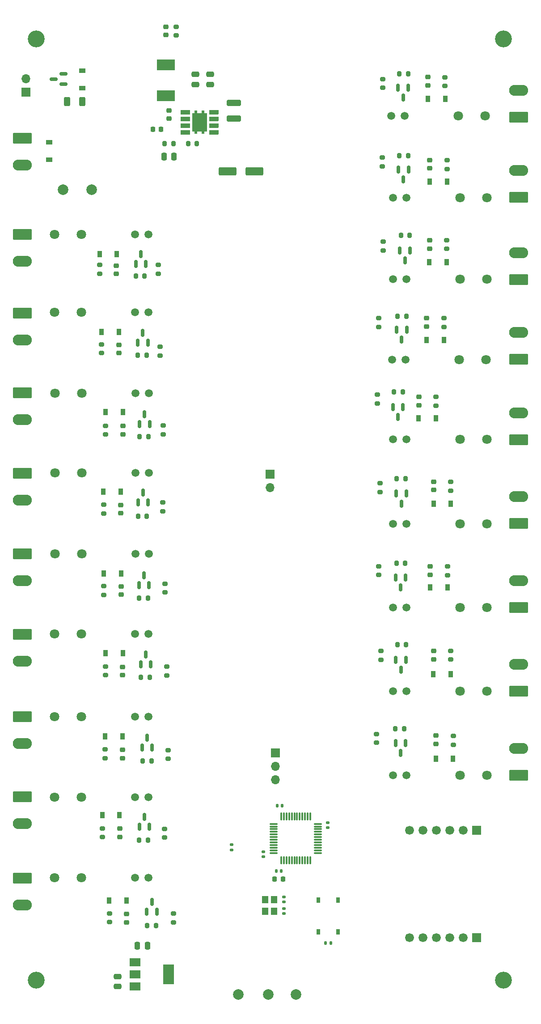
<source format=gts>
G04 #@! TF.GenerationSoftware,KiCad,Pcbnew,(6.0.11)*
G04 #@! TF.CreationDate,2023-09-27T15:25:24-05:00*
G04 #@! TF.ProjectId,MB,4d422e6b-6963-4616-945f-706362585858,rev?*
G04 #@! TF.SameCoordinates,Original*
G04 #@! TF.FileFunction,Soldermask,Top*
G04 #@! TF.FilePolarity,Negative*
%FSLAX46Y46*%
G04 Gerber Fmt 4.6, Leading zero omitted, Abs format (unit mm)*
G04 Created by KiCad (PCBNEW (6.0.11)) date 2023-09-27 15:25:24*
%MOMM*%
%LPD*%
G01*
G04 APERTURE LIST*
G04 Aperture macros list*
%AMRoundRect*
0 Rectangle with rounded corners*
0 $1 Rounding radius*
0 $2 $3 $4 $5 $6 $7 $8 $9 X,Y pos of 4 corners*
0 Add a 4 corners polygon primitive as box body*
4,1,4,$2,$3,$4,$5,$6,$7,$8,$9,$2,$3,0*
0 Add four circle primitives for the rounded corners*
1,1,$1+$1,$2,$3*
1,1,$1+$1,$4,$5*
1,1,$1+$1,$6,$7*
1,1,$1+$1,$8,$9*
0 Add four rect primitives between the rounded corners*
20,1,$1+$1,$2,$3,$4,$5,0*
20,1,$1+$1,$4,$5,$6,$7,0*
20,1,$1+$1,$6,$7,$8,$9,0*
20,1,$1+$1,$8,$9,$2,$3,0*%
G04 Aperture macros list end*
%ADD10C,0.010000*%
%ADD11C,1.500000*%
%ADD12C,1.800000*%
%ADD13RoundRect,0.250000X0.250000X0.475000X-0.250000X0.475000X-0.250000X-0.475000X0.250000X-0.475000X0*%
%ADD14C,2.000000*%
%ADD15RoundRect,0.200000X0.275000X-0.200000X0.275000X0.200000X-0.275000X0.200000X-0.275000X-0.200000X0*%
%ADD16RoundRect,0.249999X1.550001X-0.790001X1.550001X0.790001X-1.550001X0.790001X-1.550001X-0.790001X0*%
%ADD17O,3.600000X2.080000*%
%ADD18C,3.200000*%
%ADD19R,0.910000X1.220000*%
%ADD20RoundRect,0.249999X-1.550001X0.790001X-1.550001X-0.790001X1.550001X-0.790001X1.550001X0.790001X0*%
%ADD21RoundRect,0.150000X-0.150000X0.587500X-0.150000X-0.587500X0.150000X-0.587500X0.150000X0.587500X0*%
%ADD22RoundRect,0.200000X-0.200000X-0.275000X0.200000X-0.275000X0.200000X0.275000X-0.200000X0.275000X0*%
%ADD23RoundRect,0.150000X0.150000X-0.587500X0.150000X0.587500X-0.150000X0.587500X-0.150000X-0.587500X0*%
%ADD24RoundRect,0.200000X0.200000X0.275000X-0.200000X0.275000X-0.200000X-0.275000X0.200000X-0.275000X0*%
%ADD25RoundRect,0.218750X-0.256250X0.218750X-0.256250X-0.218750X0.256250X-0.218750X0.256250X0.218750X0*%
%ADD26RoundRect,0.225000X-0.225000X-0.250000X0.225000X-0.250000X0.225000X0.250000X-0.225000X0.250000X0*%
%ADD27RoundRect,0.135000X-0.185000X0.135000X-0.185000X-0.135000X0.185000X-0.135000X0.185000X0.135000X0*%
%ADD28RoundRect,0.218750X0.256250X-0.218750X0.256250X0.218750X-0.256250X0.218750X-0.256250X-0.218750X0*%
%ADD29RoundRect,0.140000X-0.140000X-0.170000X0.140000X-0.170000X0.140000X0.170000X-0.140000X0.170000X0*%
%ADD30RoundRect,0.140000X0.170000X-0.140000X0.170000X0.140000X-0.170000X0.140000X-0.170000X-0.140000X0*%
%ADD31R,2.000000X1.500000*%
%ADD32R,2.000000X3.800000*%
%ADD33RoundRect,0.250000X0.475000X-0.250000X0.475000X0.250000X-0.475000X0.250000X-0.475000X-0.250000X0*%
%ADD34RoundRect,0.200000X-0.275000X0.200000X-0.275000X-0.200000X0.275000X-0.200000X0.275000X0.200000X0*%
%ADD35R,1.200000X1.400000*%
%ADD36RoundRect,0.250000X0.312500X0.625000X-0.312500X0.625000X-0.312500X-0.625000X0.312500X-0.625000X0*%
%ADD37RoundRect,0.250000X-0.475000X0.250000X-0.475000X-0.250000X0.475000X-0.250000X0.475000X0.250000X0*%
%ADD38RoundRect,0.250000X-0.250000X-0.475000X0.250000X-0.475000X0.250000X0.475000X-0.250000X0.475000X0*%
%ADD39R,1.200000X0.900000*%
%ADD40RoundRect,0.225000X0.225000X0.250000X-0.225000X0.250000X-0.225000X-0.250000X0.225000X-0.250000X0*%
%ADD41RoundRect,0.075000X0.075000X-0.662500X0.075000X0.662500X-0.075000X0.662500X-0.075000X-0.662500X0*%
%ADD42RoundRect,0.075000X0.662500X-0.075000X0.662500X0.075000X-0.662500X0.075000X-0.662500X-0.075000X0*%
%ADD43R,1.680000X1.680000*%
%ADD44C,1.680000*%
%ADD45R,0.750000X1.000000*%
%ADD46RoundRect,0.140000X-0.170000X0.140000X-0.170000X-0.140000X0.170000X-0.140000X0.170000X0.140000X0*%
%ADD47R,1.220000X0.910000*%
%ADD48R,1.700000X1.700000*%
%ADD49O,1.700000X1.700000*%
%ADD50R,3.400000X2.150000*%
%ADD51RoundRect,0.250000X-1.412500X-0.550000X1.412500X-0.550000X1.412500X0.550000X-1.412500X0.550000X0*%
%ADD52RoundRect,0.225000X0.250000X-0.225000X0.250000X0.225000X-0.250000X0.225000X-0.250000X-0.225000X0*%
%ADD53C,0.604000*%
%ADD54RoundRect,0.250000X1.100000X-0.325000X1.100000X0.325000X-1.100000X0.325000X-1.100000X-0.325000X0*%
%ADD55RoundRect,0.150000X0.587500X0.150000X-0.587500X0.150000X-0.587500X-0.150000X0.587500X-0.150000X0*%
%ADD56RoundRect,0.140000X0.140000X0.170000X-0.140000X0.170000X-0.140000X-0.170000X0.140000X-0.170000X0*%
G04 APERTURE END LIST*
G36*
X127798400Y-70954200D02*
G01*
X127800400Y-70954200D01*
X127803400Y-70955200D01*
X127805400Y-70955200D01*
X127808400Y-70956200D01*
X127810400Y-70957200D01*
X127813400Y-70958200D01*
X127815400Y-70960200D01*
X127817400Y-70961200D01*
X127819400Y-70963200D01*
X127821400Y-70964200D01*
X127829400Y-70972200D01*
X127830400Y-70974200D01*
X127832400Y-70976200D01*
X127833400Y-70978200D01*
X127835400Y-70980200D01*
X127836400Y-70983200D01*
X127837400Y-70985200D01*
X127838400Y-70988200D01*
X127838400Y-70990200D01*
X127839400Y-70993200D01*
X127839400Y-70995200D01*
X127840400Y-70998200D01*
X127840400Y-71648200D01*
X127839400Y-71651200D01*
X127839400Y-71653200D01*
X127838400Y-71656200D01*
X127838400Y-71658200D01*
X127837400Y-71661200D01*
X127836400Y-71663200D01*
X127835400Y-71666200D01*
X127833400Y-71668200D01*
X127832400Y-71670200D01*
X127830400Y-71672200D01*
X127829400Y-71674200D01*
X127821400Y-71682200D01*
X127819400Y-71683200D01*
X127817400Y-71685200D01*
X127815400Y-71686200D01*
X127813400Y-71688200D01*
X127810400Y-71689200D01*
X127808400Y-71690200D01*
X127805400Y-71691200D01*
X127803400Y-71691200D01*
X127800400Y-71692200D01*
X127798400Y-71692200D01*
X127795400Y-71693200D01*
X126195400Y-71693200D01*
X126192400Y-71692200D01*
X126190400Y-71692200D01*
X126187400Y-71691200D01*
X126185400Y-71691200D01*
X126182400Y-71690200D01*
X126180400Y-71689200D01*
X126177400Y-71688200D01*
X126175400Y-71686200D01*
X126173400Y-71685200D01*
X126171400Y-71683200D01*
X126169400Y-71682200D01*
X126161400Y-71674200D01*
X126160400Y-71672200D01*
X126158400Y-71670200D01*
X126157400Y-71668200D01*
X126155400Y-71666200D01*
X126154400Y-71663200D01*
X126153400Y-71661200D01*
X126152400Y-71658200D01*
X126152400Y-71656200D01*
X126151400Y-71653200D01*
X126151400Y-71651200D01*
X126150400Y-71648200D01*
X126150400Y-70998200D01*
X126151400Y-70995200D01*
X126151400Y-70993200D01*
X126152400Y-70990200D01*
X126152400Y-70988200D01*
X126153400Y-70985200D01*
X126154400Y-70983200D01*
X126155400Y-70980200D01*
X126157400Y-70978200D01*
X126158400Y-70976200D01*
X126160400Y-70974200D01*
X126161400Y-70972200D01*
X126169400Y-70964200D01*
X126171400Y-70963200D01*
X126173400Y-70961200D01*
X126175400Y-70960200D01*
X126177400Y-70958200D01*
X126180400Y-70957200D01*
X126182400Y-70956200D01*
X126185400Y-70955200D01*
X126187400Y-70955200D01*
X126190400Y-70954200D01*
X126192400Y-70954200D01*
X126195400Y-70953200D01*
X127795400Y-70953200D01*
X127798400Y-70954200D01*
G37*
D10*
X127798400Y-70954200D02*
X127800400Y-70954200D01*
X127803400Y-70955200D01*
X127805400Y-70955200D01*
X127808400Y-70956200D01*
X127810400Y-70957200D01*
X127813400Y-70958200D01*
X127815400Y-70960200D01*
X127817400Y-70961200D01*
X127819400Y-70963200D01*
X127821400Y-70964200D01*
X127829400Y-70972200D01*
X127830400Y-70974200D01*
X127832400Y-70976200D01*
X127833400Y-70978200D01*
X127835400Y-70980200D01*
X127836400Y-70983200D01*
X127837400Y-70985200D01*
X127838400Y-70988200D01*
X127838400Y-70990200D01*
X127839400Y-70993200D01*
X127839400Y-70995200D01*
X127840400Y-70998200D01*
X127840400Y-71648200D01*
X127839400Y-71651200D01*
X127839400Y-71653200D01*
X127838400Y-71656200D01*
X127838400Y-71658200D01*
X127837400Y-71661200D01*
X127836400Y-71663200D01*
X127835400Y-71666200D01*
X127833400Y-71668200D01*
X127832400Y-71670200D01*
X127830400Y-71672200D01*
X127829400Y-71674200D01*
X127821400Y-71682200D01*
X127819400Y-71683200D01*
X127817400Y-71685200D01*
X127815400Y-71686200D01*
X127813400Y-71688200D01*
X127810400Y-71689200D01*
X127808400Y-71690200D01*
X127805400Y-71691200D01*
X127803400Y-71691200D01*
X127800400Y-71692200D01*
X127798400Y-71692200D01*
X127795400Y-71693200D01*
X126195400Y-71693200D01*
X126192400Y-71692200D01*
X126190400Y-71692200D01*
X126187400Y-71691200D01*
X126185400Y-71691200D01*
X126182400Y-71690200D01*
X126180400Y-71689200D01*
X126177400Y-71688200D01*
X126175400Y-71686200D01*
X126173400Y-71685200D01*
X126171400Y-71683200D01*
X126169400Y-71682200D01*
X126161400Y-71674200D01*
X126160400Y-71672200D01*
X126158400Y-71670200D01*
X126157400Y-71668200D01*
X126155400Y-71666200D01*
X126154400Y-71663200D01*
X126153400Y-71661200D01*
X126152400Y-71658200D01*
X126152400Y-71656200D01*
X126151400Y-71653200D01*
X126151400Y-71651200D01*
X126150400Y-71648200D01*
X126150400Y-70998200D01*
X126151400Y-70995200D01*
X126151400Y-70993200D01*
X126152400Y-70990200D01*
X126152400Y-70988200D01*
X126153400Y-70985200D01*
X126154400Y-70983200D01*
X126155400Y-70980200D01*
X126157400Y-70978200D01*
X126158400Y-70976200D01*
X126160400Y-70974200D01*
X126161400Y-70972200D01*
X126169400Y-70964200D01*
X126171400Y-70963200D01*
X126173400Y-70961200D01*
X126175400Y-70960200D01*
X126177400Y-70958200D01*
X126180400Y-70957200D01*
X126182400Y-70956200D01*
X126185400Y-70955200D01*
X126187400Y-70955200D01*
X126190400Y-70954200D01*
X126192400Y-70954200D01*
X126195400Y-70953200D01*
X127795400Y-70953200D01*
X127798400Y-70954200D01*
G36*
X122398400Y-72224200D02*
G01*
X122400400Y-72224200D01*
X122403400Y-72225200D01*
X122405400Y-72225200D01*
X122408400Y-72226200D01*
X122410400Y-72227200D01*
X122413400Y-72228200D01*
X122415400Y-72230200D01*
X122417400Y-72231200D01*
X122419400Y-72233200D01*
X122421400Y-72234200D01*
X122429400Y-72242200D01*
X122430400Y-72244200D01*
X122432400Y-72246200D01*
X122433400Y-72248200D01*
X122435400Y-72250200D01*
X122436400Y-72253200D01*
X122437400Y-72255200D01*
X122438400Y-72258200D01*
X122438400Y-72260200D01*
X122439400Y-72263200D01*
X122439400Y-72265200D01*
X122440400Y-72268200D01*
X122440400Y-72918200D01*
X122439400Y-72921200D01*
X122439400Y-72923200D01*
X122438400Y-72926200D01*
X122438400Y-72928200D01*
X122437400Y-72931200D01*
X122436400Y-72933200D01*
X122435400Y-72936200D01*
X122433400Y-72938200D01*
X122432400Y-72940200D01*
X122430400Y-72942200D01*
X122429400Y-72944200D01*
X122421400Y-72952200D01*
X122419400Y-72953200D01*
X122417400Y-72955200D01*
X122415400Y-72956200D01*
X122413400Y-72958200D01*
X122410400Y-72959200D01*
X122408400Y-72960200D01*
X122405400Y-72961200D01*
X122403400Y-72961200D01*
X122400400Y-72962200D01*
X122398400Y-72962200D01*
X122395400Y-72963200D01*
X120795400Y-72963200D01*
X120792400Y-72962200D01*
X120790400Y-72962200D01*
X120787400Y-72961200D01*
X120785400Y-72961200D01*
X120782400Y-72960200D01*
X120780400Y-72959200D01*
X120777400Y-72958200D01*
X120775400Y-72956200D01*
X120773400Y-72955200D01*
X120771400Y-72953200D01*
X120769400Y-72952200D01*
X120761400Y-72944200D01*
X120760400Y-72942200D01*
X120758400Y-72940200D01*
X120757400Y-72938200D01*
X120755400Y-72936200D01*
X120754400Y-72933200D01*
X120753400Y-72931200D01*
X120752400Y-72928200D01*
X120752400Y-72926200D01*
X120751400Y-72923200D01*
X120751400Y-72921200D01*
X120750400Y-72918200D01*
X120750400Y-72268200D01*
X120751400Y-72265200D01*
X120751400Y-72263200D01*
X120752400Y-72260200D01*
X120752400Y-72258200D01*
X120753400Y-72255200D01*
X120754400Y-72253200D01*
X120755400Y-72250200D01*
X120757400Y-72248200D01*
X120758400Y-72246200D01*
X120760400Y-72244200D01*
X120761400Y-72242200D01*
X120769400Y-72234200D01*
X120771400Y-72233200D01*
X120773400Y-72231200D01*
X120775400Y-72230200D01*
X120777400Y-72228200D01*
X120780400Y-72227200D01*
X120782400Y-72226200D01*
X120785400Y-72225200D01*
X120787400Y-72225200D01*
X120790400Y-72224200D01*
X120792400Y-72224200D01*
X120795400Y-72223200D01*
X122395400Y-72223200D01*
X122398400Y-72224200D01*
G37*
X122398400Y-72224200D02*
X122400400Y-72224200D01*
X122403400Y-72225200D01*
X122405400Y-72225200D01*
X122408400Y-72226200D01*
X122410400Y-72227200D01*
X122413400Y-72228200D01*
X122415400Y-72230200D01*
X122417400Y-72231200D01*
X122419400Y-72233200D01*
X122421400Y-72234200D01*
X122429400Y-72242200D01*
X122430400Y-72244200D01*
X122432400Y-72246200D01*
X122433400Y-72248200D01*
X122435400Y-72250200D01*
X122436400Y-72253200D01*
X122437400Y-72255200D01*
X122438400Y-72258200D01*
X122438400Y-72260200D01*
X122439400Y-72263200D01*
X122439400Y-72265200D01*
X122440400Y-72268200D01*
X122440400Y-72918200D01*
X122439400Y-72921200D01*
X122439400Y-72923200D01*
X122438400Y-72926200D01*
X122438400Y-72928200D01*
X122437400Y-72931200D01*
X122436400Y-72933200D01*
X122435400Y-72936200D01*
X122433400Y-72938200D01*
X122432400Y-72940200D01*
X122430400Y-72942200D01*
X122429400Y-72944200D01*
X122421400Y-72952200D01*
X122419400Y-72953200D01*
X122417400Y-72955200D01*
X122415400Y-72956200D01*
X122413400Y-72958200D01*
X122410400Y-72959200D01*
X122408400Y-72960200D01*
X122405400Y-72961200D01*
X122403400Y-72961200D01*
X122400400Y-72962200D01*
X122398400Y-72962200D01*
X122395400Y-72963200D01*
X120795400Y-72963200D01*
X120792400Y-72962200D01*
X120790400Y-72962200D01*
X120787400Y-72961200D01*
X120785400Y-72961200D01*
X120782400Y-72960200D01*
X120780400Y-72959200D01*
X120777400Y-72958200D01*
X120775400Y-72956200D01*
X120773400Y-72955200D01*
X120771400Y-72953200D01*
X120769400Y-72952200D01*
X120761400Y-72944200D01*
X120760400Y-72942200D01*
X120758400Y-72940200D01*
X120757400Y-72938200D01*
X120755400Y-72936200D01*
X120754400Y-72933200D01*
X120753400Y-72931200D01*
X120752400Y-72928200D01*
X120752400Y-72926200D01*
X120751400Y-72923200D01*
X120751400Y-72921200D01*
X120750400Y-72918200D01*
X120750400Y-72268200D01*
X120751400Y-72265200D01*
X120751400Y-72263200D01*
X120752400Y-72260200D01*
X120752400Y-72258200D01*
X120753400Y-72255200D01*
X120754400Y-72253200D01*
X120755400Y-72250200D01*
X120757400Y-72248200D01*
X120758400Y-72246200D01*
X120760400Y-72244200D01*
X120761400Y-72242200D01*
X120769400Y-72234200D01*
X120771400Y-72233200D01*
X120773400Y-72231200D01*
X120775400Y-72230200D01*
X120777400Y-72228200D01*
X120780400Y-72227200D01*
X120782400Y-72226200D01*
X120785400Y-72225200D01*
X120787400Y-72225200D01*
X120790400Y-72224200D01*
X120792400Y-72224200D01*
X120795400Y-72223200D01*
X122395400Y-72223200D01*
X122398400Y-72224200D01*
G36*
X122398400Y-70954200D02*
G01*
X122400400Y-70954200D01*
X122403400Y-70955200D01*
X122405400Y-70955200D01*
X122408400Y-70956200D01*
X122410400Y-70957200D01*
X122413400Y-70958200D01*
X122415400Y-70960200D01*
X122417400Y-70961200D01*
X122419400Y-70963200D01*
X122421400Y-70964200D01*
X122429400Y-70972200D01*
X122430400Y-70974200D01*
X122432400Y-70976200D01*
X122433400Y-70978200D01*
X122435400Y-70980200D01*
X122436400Y-70983200D01*
X122437400Y-70985200D01*
X122438400Y-70988200D01*
X122438400Y-70990200D01*
X122439400Y-70993200D01*
X122439400Y-70995200D01*
X122440400Y-70998200D01*
X122440400Y-71648200D01*
X122439400Y-71651200D01*
X122439400Y-71653200D01*
X122438400Y-71656200D01*
X122438400Y-71658200D01*
X122437400Y-71661200D01*
X122436400Y-71663200D01*
X122435400Y-71666200D01*
X122433400Y-71668200D01*
X122432400Y-71670200D01*
X122430400Y-71672200D01*
X122429400Y-71674200D01*
X122421400Y-71682200D01*
X122419400Y-71683200D01*
X122417400Y-71685200D01*
X122415400Y-71686200D01*
X122413400Y-71688200D01*
X122410400Y-71689200D01*
X122408400Y-71690200D01*
X122405400Y-71691200D01*
X122403400Y-71691200D01*
X122400400Y-71692200D01*
X122398400Y-71692200D01*
X122395400Y-71693200D01*
X120795400Y-71693200D01*
X120792400Y-71692200D01*
X120790400Y-71692200D01*
X120787400Y-71691200D01*
X120785400Y-71691200D01*
X120782400Y-71690200D01*
X120780400Y-71689200D01*
X120777400Y-71688200D01*
X120775400Y-71686200D01*
X120773400Y-71685200D01*
X120771400Y-71683200D01*
X120769400Y-71682200D01*
X120761400Y-71674200D01*
X120760400Y-71672200D01*
X120758400Y-71670200D01*
X120757400Y-71668200D01*
X120755400Y-71666200D01*
X120754400Y-71663200D01*
X120753400Y-71661200D01*
X120752400Y-71658200D01*
X120752400Y-71656200D01*
X120751400Y-71653200D01*
X120751400Y-71651200D01*
X120750400Y-71648200D01*
X120750400Y-70998200D01*
X120751400Y-70995200D01*
X120751400Y-70993200D01*
X120752400Y-70990200D01*
X120752400Y-70988200D01*
X120753400Y-70985200D01*
X120754400Y-70983200D01*
X120755400Y-70980200D01*
X120757400Y-70978200D01*
X120758400Y-70976200D01*
X120760400Y-70974200D01*
X120761400Y-70972200D01*
X120769400Y-70964200D01*
X120771400Y-70963200D01*
X120773400Y-70961200D01*
X120775400Y-70960200D01*
X120777400Y-70958200D01*
X120780400Y-70957200D01*
X120782400Y-70956200D01*
X120785400Y-70955200D01*
X120787400Y-70955200D01*
X120790400Y-70954200D01*
X120792400Y-70954200D01*
X120795400Y-70953200D01*
X122395400Y-70953200D01*
X122398400Y-70954200D01*
G37*
X122398400Y-70954200D02*
X122400400Y-70954200D01*
X122403400Y-70955200D01*
X122405400Y-70955200D01*
X122408400Y-70956200D01*
X122410400Y-70957200D01*
X122413400Y-70958200D01*
X122415400Y-70960200D01*
X122417400Y-70961200D01*
X122419400Y-70963200D01*
X122421400Y-70964200D01*
X122429400Y-70972200D01*
X122430400Y-70974200D01*
X122432400Y-70976200D01*
X122433400Y-70978200D01*
X122435400Y-70980200D01*
X122436400Y-70983200D01*
X122437400Y-70985200D01*
X122438400Y-70988200D01*
X122438400Y-70990200D01*
X122439400Y-70993200D01*
X122439400Y-70995200D01*
X122440400Y-70998200D01*
X122440400Y-71648200D01*
X122439400Y-71651200D01*
X122439400Y-71653200D01*
X122438400Y-71656200D01*
X122438400Y-71658200D01*
X122437400Y-71661200D01*
X122436400Y-71663200D01*
X122435400Y-71666200D01*
X122433400Y-71668200D01*
X122432400Y-71670200D01*
X122430400Y-71672200D01*
X122429400Y-71674200D01*
X122421400Y-71682200D01*
X122419400Y-71683200D01*
X122417400Y-71685200D01*
X122415400Y-71686200D01*
X122413400Y-71688200D01*
X122410400Y-71689200D01*
X122408400Y-71690200D01*
X122405400Y-71691200D01*
X122403400Y-71691200D01*
X122400400Y-71692200D01*
X122398400Y-71692200D01*
X122395400Y-71693200D01*
X120795400Y-71693200D01*
X120792400Y-71692200D01*
X120790400Y-71692200D01*
X120787400Y-71691200D01*
X120785400Y-71691200D01*
X120782400Y-71690200D01*
X120780400Y-71689200D01*
X120777400Y-71688200D01*
X120775400Y-71686200D01*
X120773400Y-71685200D01*
X120771400Y-71683200D01*
X120769400Y-71682200D01*
X120761400Y-71674200D01*
X120760400Y-71672200D01*
X120758400Y-71670200D01*
X120757400Y-71668200D01*
X120755400Y-71666200D01*
X120754400Y-71663200D01*
X120753400Y-71661200D01*
X120752400Y-71658200D01*
X120752400Y-71656200D01*
X120751400Y-71653200D01*
X120751400Y-71651200D01*
X120750400Y-71648200D01*
X120750400Y-70998200D01*
X120751400Y-70995200D01*
X120751400Y-70993200D01*
X120752400Y-70990200D01*
X120752400Y-70988200D01*
X120753400Y-70985200D01*
X120754400Y-70983200D01*
X120755400Y-70980200D01*
X120757400Y-70978200D01*
X120758400Y-70976200D01*
X120760400Y-70974200D01*
X120761400Y-70972200D01*
X120769400Y-70964200D01*
X120771400Y-70963200D01*
X120773400Y-70961200D01*
X120775400Y-70960200D01*
X120777400Y-70958200D01*
X120780400Y-70957200D01*
X120782400Y-70956200D01*
X120785400Y-70955200D01*
X120787400Y-70955200D01*
X120790400Y-70954200D01*
X120792400Y-70954200D01*
X120795400Y-70953200D01*
X122395400Y-70953200D01*
X122398400Y-70954200D01*
G36*
X122398400Y-68414200D02*
G01*
X122400400Y-68414200D01*
X122403400Y-68415200D01*
X122405400Y-68415200D01*
X122408400Y-68416200D01*
X122410400Y-68417200D01*
X122413400Y-68418200D01*
X122415400Y-68420200D01*
X122417400Y-68421200D01*
X122419400Y-68423200D01*
X122421400Y-68424200D01*
X122429400Y-68432200D01*
X122430400Y-68434200D01*
X122432400Y-68436200D01*
X122433400Y-68438200D01*
X122435400Y-68440200D01*
X122436400Y-68443200D01*
X122437400Y-68445200D01*
X122438400Y-68448200D01*
X122438400Y-68450200D01*
X122439400Y-68453200D01*
X122439400Y-68455200D01*
X122440400Y-68458200D01*
X122440400Y-69108200D01*
X122439400Y-69111200D01*
X122439400Y-69113200D01*
X122438400Y-69116200D01*
X122438400Y-69118200D01*
X122437400Y-69121200D01*
X122436400Y-69123200D01*
X122435400Y-69126200D01*
X122433400Y-69128200D01*
X122432400Y-69130200D01*
X122430400Y-69132200D01*
X122429400Y-69134200D01*
X122421400Y-69142200D01*
X122419400Y-69143200D01*
X122417400Y-69145200D01*
X122415400Y-69146200D01*
X122413400Y-69148200D01*
X122410400Y-69149200D01*
X122408400Y-69150200D01*
X122405400Y-69151200D01*
X122403400Y-69151200D01*
X122400400Y-69152200D01*
X122398400Y-69152200D01*
X122395400Y-69153200D01*
X120795400Y-69153200D01*
X120792400Y-69152200D01*
X120790400Y-69152200D01*
X120787400Y-69151200D01*
X120785400Y-69151200D01*
X120782400Y-69150200D01*
X120780400Y-69149200D01*
X120777400Y-69148200D01*
X120775400Y-69146200D01*
X120773400Y-69145200D01*
X120771400Y-69143200D01*
X120769400Y-69142200D01*
X120761400Y-69134200D01*
X120760400Y-69132200D01*
X120758400Y-69130200D01*
X120757400Y-69128200D01*
X120755400Y-69126200D01*
X120754400Y-69123200D01*
X120753400Y-69121200D01*
X120752400Y-69118200D01*
X120752400Y-69116200D01*
X120751400Y-69113200D01*
X120751400Y-69111200D01*
X120750400Y-69108200D01*
X120750400Y-68458200D01*
X120751400Y-68455200D01*
X120751400Y-68453200D01*
X120752400Y-68450200D01*
X120752400Y-68448200D01*
X120753400Y-68445200D01*
X120754400Y-68443200D01*
X120755400Y-68440200D01*
X120757400Y-68438200D01*
X120758400Y-68436200D01*
X120760400Y-68434200D01*
X120761400Y-68432200D01*
X120769400Y-68424200D01*
X120771400Y-68423200D01*
X120773400Y-68421200D01*
X120775400Y-68420200D01*
X120777400Y-68418200D01*
X120780400Y-68417200D01*
X120782400Y-68416200D01*
X120785400Y-68415200D01*
X120787400Y-68415200D01*
X120790400Y-68414200D01*
X120792400Y-68414200D01*
X120795400Y-68413200D01*
X122395400Y-68413200D01*
X122398400Y-68414200D01*
G37*
X122398400Y-68414200D02*
X122400400Y-68414200D01*
X122403400Y-68415200D01*
X122405400Y-68415200D01*
X122408400Y-68416200D01*
X122410400Y-68417200D01*
X122413400Y-68418200D01*
X122415400Y-68420200D01*
X122417400Y-68421200D01*
X122419400Y-68423200D01*
X122421400Y-68424200D01*
X122429400Y-68432200D01*
X122430400Y-68434200D01*
X122432400Y-68436200D01*
X122433400Y-68438200D01*
X122435400Y-68440200D01*
X122436400Y-68443200D01*
X122437400Y-68445200D01*
X122438400Y-68448200D01*
X122438400Y-68450200D01*
X122439400Y-68453200D01*
X122439400Y-68455200D01*
X122440400Y-68458200D01*
X122440400Y-69108200D01*
X122439400Y-69111200D01*
X122439400Y-69113200D01*
X122438400Y-69116200D01*
X122438400Y-69118200D01*
X122437400Y-69121200D01*
X122436400Y-69123200D01*
X122435400Y-69126200D01*
X122433400Y-69128200D01*
X122432400Y-69130200D01*
X122430400Y-69132200D01*
X122429400Y-69134200D01*
X122421400Y-69142200D01*
X122419400Y-69143200D01*
X122417400Y-69145200D01*
X122415400Y-69146200D01*
X122413400Y-69148200D01*
X122410400Y-69149200D01*
X122408400Y-69150200D01*
X122405400Y-69151200D01*
X122403400Y-69151200D01*
X122400400Y-69152200D01*
X122398400Y-69152200D01*
X122395400Y-69153200D01*
X120795400Y-69153200D01*
X120792400Y-69152200D01*
X120790400Y-69152200D01*
X120787400Y-69151200D01*
X120785400Y-69151200D01*
X120782400Y-69150200D01*
X120780400Y-69149200D01*
X120777400Y-69148200D01*
X120775400Y-69146200D01*
X120773400Y-69145200D01*
X120771400Y-69143200D01*
X120769400Y-69142200D01*
X120761400Y-69134200D01*
X120760400Y-69132200D01*
X120758400Y-69130200D01*
X120757400Y-69128200D01*
X120755400Y-69126200D01*
X120754400Y-69123200D01*
X120753400Y-69121200D01*
X120752400Y-69118200D01*
X120752400Y-69116200D01*
X120751400Y-69113200D01*
X120751400Y-69111200D01*
X120750400Y-69108200D01*
X120750400Y-68458200D01*
X120751400Y-68455200D01*
X120751400Y-68453200D01*
X120752400Y-68450200D01*
X120752400Y-68448200D01*
X120753400Y-68445200D01*
X120754400Y-68443200D01*
X120755400Y-68440200D01*
X120757400Y-68438200D01*
X120758400Y-68436200D01*
X120760400Y-68434200D01*
X120761400Y-68432200D01*
X120769400Y-68424200D01*
X120771400Y-68423200D01*
X120773400Y-68421200D01*
X120775400Y-68420200D01*
X120777400Y-68418200D01*
X120780400Y-68417200D01*
X120782400Y-68416200D01*
X120785400Y-68415200D01*
X120787400Y-68415200D01*
X120790400Y-68414200D01*
X120792400Y-68414200D01*
X120795400Y-68413200D01*
X122395400Y-68413200D01*
X122398400Y-68414200D01*
G36*
X125650400Y-72388200D02*
G01*
X122940400Y-72388200D01*
X122940400Y-68988200D01*
X125650400Y-68988200D01*
X125650400Y-72388200D01*
G37*
X125650400Y-72388200D02*
X122940400Y-72388200D01*
X122940400Y-68988200D01*
X125650400Y-68988200D01*
X125650400Y-72388200D01*
G36*
X127798400Y-68414200D02*
G01*
X127800400Y-68414200D01*
X127803400Y-68415200D01*
X127805400Y-68415200D01*
X127808400Y-68416200D01*
X127810400Y-68417200D01*
X127813400Y-68418200D01*
X127815400Y-68420200D01*
X127817400Y-68421200D01*
X127819400Y-68423200D01*
X127821400Y-68424200D01*
X127829400Y-68432200D01*
X127830400Y-68434200D01*
X127832400Y-68436200D01*
X127833400Y-68438200D01*
X127835400Y-68440200D01*
X127836400Y-68443200D01*
X127837400Y-68445200D01*
X127838400Y-68448200D01*
X127838400Y-68450200D01*
X127839400Y-68453200D01*
X127839400Y-68455200D01*
X127840400Y-68458200D01*
X127840400Y-69108200D01*
X127839400Y-69111200D01*
X127839400Y-69113200D01*
X127838400Y-69116200D01*
X127838400Y-69118200D01*
X127837400Y-69121200D01*
X127836400Y-69123200D01*
X127835400Y-69126200D01*
X127833400Y-69128200D01*
X127832400Y-69130200D01*
X127830400Y-69132200D01*
X127829400Y-69134200D01*
X127821400Y-69142200D01*
X127819400Y-69143200D01*
X127817400Y-69145200D01*
X127815400Y-69146200D01*
X127813400Y-69148200D01*
X127810400Y-69149200D01*
X127808400Y-69150200D01*
X127805400Y-69151200D01*
X127803400Y-69151200D01*
X127800400Y-69152200D01*
X127798400Y-69152200D01*
X127795400Y-69153200D01*
X126195400Y-69153200D01*
X126192400Y-69152200D01*
X126190400Y-69152200D01*
X126187400Y-69151200D01*
X126185400Y-69151200D01*
X126182400Y-69150200D01*
X126180400Y-69149200D01*
X126177400Y-69148200D01*
X126175400Y-69146200D01*
X126173400Y-69145200D01*
X126171400Y-69143200D01*
X126169400Y-69142200D01*
X126161400Y-69134200D01*
X126160400Y-69132200D01*
X126158400Y-69130200D01*
X126157400Y-69128200D01*
X126155400Y-69126200D01*
X126154400Y-69123200D01*
X126153400Y-69121200D01*
X126152400Y-69118200D01*
X126152400Y-69116200D01*
X126151400Y-69113200D01*
X126151400Y-69111200D01*
X126150400Y-69108200D01*
X126150400Y-68458200D01*
X126151400Y-68455200D01*
X126151400Y-68453200D01*
X126152400Y-68450200D01*
X126152400Y-68448200D01*
X126153400Y-68445200D01*
X126154400Y-68443200D01*
X126155400Y-68440200D01*
X126157400Y-68438200D01*
X126158400Y-68436200D01*
X126160400Y-68434200D01*
X126161400Y-68432200D01*
X126169400Y-68424200D01*
X126171400Y-68423200D01*
X126173400Y-68421200D01*
X126175400Y-68420200D01*
X126177400Y-68418200D01*
X126180400Y-68417200D01*
X126182400Y-68416200D01*
X126185400Y-68415200D01*
X126187400Y-68415200D01*
X126190400Y-68414200D01*
X126192400Y-68414200D01*
X126195400Y-68413200D01*
X127795400Y-68413200D01*
X127798400Y-68414200D01*
G37*
X127798400Y-68414200D02*
X127800400Y-68414200D01*
X127803400Y-68415200D01*
X127805400Y-68415200D01*
X127808400Y-68416200D01*
X127810400Y-68417200D01*
X127813400Y-68418200D01*
X127815400Y-68420200D01*
X127817400Y-68421200D01*
X127819400Y-68423200D01*
X127821400Y-68424200D01*
X127829400Y-68432200D01*
X127830400Y-68434200D01*
X127832400Y-68436200D01*
X127833400Y-68438200D01*
X127835400Y-68440200D01*
X127836400Y-68443200D01*
X127837400Y-68445200D01*
X127838400Y-68448200D01*
X127838400Y-68450200D01*
X127839400Y-68453200D01*
X127839400Y-68455200D01*
X127840400Y-68458200D01*
X127840400Y-69108200D01*
X127839400Y-69111200D01*
X127839400Y-69113200D01*
X127838400Y-69116200D01*
X127838400Y-69118200D01*
X127837400Y-69121200D01*
X127836400Y-69123200D01*
X127835400Y-69126200D01*
X127833400Y-69128200D01*
X127832400Y-69130200D01*
X127830400Y-69132200D01*
X127829400Y-69134200D01*
X127821400Y-69142200D01*
X127819400Y-69143200D01*
X127817400Y-69145200D01*
X127815400Y-69146200D01*
X127813400Y-69148200D01*
X127810400Y-69149200D01*
X127808400Y-69150200D01*
X127805400Y-69151200D01*
X127803400Y-69151200D01*
X127800400Y-69152200D01*
X127798400Y-69152200D01*
X127795400Y-69153200D01*
X126195400Y-69153200D01*
X126192400Y-69152200D01*
X126190400Y-69152200D01*
X126187400Y-69151200D01*
X126185400Y-69151200D01*
X126182400Y-69150200D01*
X126180400Y-69149200D01*
X126177400Y-69148200D01*
X126175400Y-69146200D01*
X126173400Y-69145200D01*
X126171400Y-69143200D01*
X126169400Y-69142200D01*
X126161400Y-69134200D01*
X126160400Y-69132200D01*
X126158400Y-69130200D01*
X126157400Y-69128200D01*
X126155400Y-69126200D01*
X126154400Y-69123200D01*
X126153400Y-69121200D01*
X126152400Y-69118200D01*
X126152400Y-69116200D01*
X126151400Y-69113200D01*
X126151400Y-69111200D01*
X126150400Y-69108200D01*
X126150400Y-68458200D01*
X126151400Y-68455200D01*
X126151400Y-68453200D01*
X126152400Y-68450200D01*
X126152400Y-68448200D01*
X126153400Y-68445200D01*
X126154400Y-68443200D01*
X126155400Y-68440200D01*
X126157400Y-68438200D01*
X126158400Y-68436200D01*
X126160400Y-68434200D01*
X126161400Y-68432200D01*
X126169400Y-68424200D01*
X126171400Y-68423200D01*
X126173400Y-68421200D01*
X126175400Y-68420200D01*
X126177400Y-68418200D01*
X126180400Y-68417200D01*
X126182400Y-68416200D01*
X126185400Y-68415200D01*
X126187400Y-68415200D01*
X126190400Y-68414200D01*
X126192400Y-68414200D01*
X126195400Y-68413200D01*
X127795400Y-68413200D01*
X127798400Y-68414200D01*
G36*
X122398400Y-69684200D02*
G01*
X122400400Y-69684200D01*
X122403400Y-69685200D01*
X122405400Y-69685200D01*
X122408400Y-69686200D01*
X122410400Y-69687200D01*
X122413400Y-69688200D01*
X122415400Y-69690200D01*
X122417400Y-69691200D01*
X122419400Y-69693200D01*
X122421400Y-69694200D01*
X122429400Y-69702200D01*
X122430400Y-69704200D01*
X122432400Y-69706200D01*
X122433400Y-69708200D01*
X122435400Y-69710200D01*
X122436400Y-69713200D01*
X122437400Y-69715200D01*
X122438400Y-69718200D01*
X122438400Y-69720200D01*
X122439400Y-69723200D01*
X122439400Y-69725200D01*
X122440400Y-69728200D01*
X122440400Y-70378200D01*
X122439400Y-70381200D01*
X122439400Y-70383200D01*
X122438400Y-70386200D01*
X122438400Y-70388200D01*
X122437400Y-70391200D01*
X122436400Y-70393200D01*
X122435400Y-70396200D01*
X122433400Y-70398200D01*
X122432400Y-70400200D01*
X122430400Y-70402200D01*
X122429400Y-70404200D01*
X122421400Y-70412200D01*
X122419400Y-70413200D01*
X122417400Y-70415200D01*
X122415400Y-70416200D01*
X122413400Y-70418200D01*
X122410400Y-70419200D01*
X122408400Y-70420200D01*
X122405400Y-70421200D01*
X122403400Y-70421200D01*
X122400400Y-70422200D01*
X122398400Y-70422200D01*
X122395400Y-70423200D01*
X120795400Y-70423200D01*
X120792400Y-70422200D01*
X120790400Y-70422200D01*
X120787400Y-70421200D01*
X120785400Y-70421200D01*
X120782400Y-70420200D01*
X120780400Y-70419200D01*
X120777400Y-70418200D01*
X120775400Y-70416200D01*
X120773400Y-70415200D01*
X120771400Y-70413200D01*
X120769400Y-70412200D01*
X120761400Y-70404200D01*
X120760400Y-70402200D01*
X120758400Y-70400200D01*
X120757400Y-70398200D01*
X120755400Y-70396200D01*
X120754400Y-70393200D01*
X120753400Y-70391200D01*
X120752400Y-70388200D01*
X120752400Y-70386200D01*
X120751400Y-70383200D01*
X120751400Y-70381200D01*
X120750400Y-70378200D01*
X120750400Y-69728200D01*
X120751400Y-69725200D01*
X120751400Y-69723200D01*
X120752400Y-69720200D01*
X120752400Y-69718200D01*
X120753400Y-69715200D01*
X120754400Y-69713200D01*
X120755400Y-69710200D01*
X120757400Y-69708200D01*
X120758400Y-69706200D01*
X120760400Y-69704200D01*
X120761400Y-69702200D01*
X120769400Y-69694200D01*
X120771400Y-69693200D01*
X120773400Y-69691200D01*
X120775400Y-69690200D01*
X120777400Y-69688200D01*
X120780400Y-69687200D01*
X120782400Y-69686200D01*
X120785400Y-69685200D01*
X120787400Y-69685200D01*
X120790400Y-69684200D01*
X120792400Y-69684200D01*
X120795400Y-69683200D01*
X122395400Y-69683200D01*
X122398400Y-69684200D01*
G37*
X122398400Y-69684200D02*
X122400400Y-69684200D01*
X122403400Y-69685200D01*
X122405400Y-69685200D01*
X122408400Y-69686200D01*
X122410400Y-69687200D01*
X122413400Y-69688200D01*
X122415400Y-69690200D01*
X122417400Y-69691200D01*
X122419400Y-69693200D01*
X122421400Y-69694200D01*
X122429400Y-69702200D01*
X122430400Y-69704200D01*
X122432400Y-69706200D01*
X122433400Y-69708200D01*
X122435400Y-69710200D01*
X122436400Y-69713200D01*
X122437400Y-69715200D01*
X122438400Y-69718200D01*
X122438400Y-69720200D01*
X122439400Y-69723200D01*
X122439400Y-69725200D01*
X122440400Y-69728200D01*
X122440400Y-70378200D01*
X122439400Y-70381200D01*
X122439400Y-70383200D01*
X122438400Y-70386200D01*
X122438400Y-70388200D01*
X122437400Y-70391200D01*
X122436400Y-70393200D01*
X122435400Y-70396200D01*
X122433400Y-70398200D01*
X122432400Y-70400200D01*
X122430400Y-70402200D01*
X122429400Y-70404200D01*
X122421400Y-70412200D01*
X122419400Y-70413200D01*
X122417400Y-70415200D01*
X122415400Y-70416200D01*
X122413400Y-70418200D01*
X122410400Y-70419200D01*
X122408400Y-70420200D01*
X122405400Y-70421200D01*
X122403400Y-70421200D01*
X122400400Y-70422200D01*
X122398400Y-70422200D01*
X122395400Y-70423200D01*
X120795400Y-70423200D01*
X120792400Y-70422200D01*
X120790400Y-70422200D01*
X120787400Y-70421200D01*
X120785400Y-70421200D01*
X120782400Y-70420200D01*
X120780400Y-70419200D01*
X120777400Y-70418200D01*
X120775400Y-70416200D01*
X120773400Y-70415200D01*
X120771400Y-70413200D01*
X120769400Y-70412200D01*
X120761400Y-70404200D01*
X120760400Y-70402200D01*
X120758400Y-70400200D01*
X120757400Y-70398200D01*
X120755400Y-70396200D01*
X120754400Y-70393200D01*
X120753400Y-70391200D01*
X120752400Y-70388200D01*
X120752400Y-70386200D01*
X120751400Y-70383200D01*
X120751400Y-70381200D01*
X120750400Y-70378200D01*
X120750400Y-69728200D01*
X120751400Y-69725200D01*
X120751400Y-69723200D01*
X120752400Y-69720200D01*
X120752400Y-69718200D01*
X120753400Y-69715200D01*
X120754400Y-69713200D01*
X120755400Y-69710200D01*
X120757400Y-69708200D01*
X120758400Y-69706200D01*
X120760400Y-69704200D01*
X120761400Y-69702200D01*
X120769400Y-69694200D01*
X120771400Y-69693200D01*
X120773400Y-69691200D01*
X120775400Y-69690200D01*
X120777400Y-69688200D01*
X120780400Y-69687200D01*
X120782400Y-69686200D01*
X120785400Y-69685200D01*
X120787400Y-69685200D01*
X120790400Y-69684200D01*
X120792400Y-69684200D01*
X120795400Y-69683200D01*
X122395400Y-69683200D01*
X122398400Y-69684200D01*
G36*
X127798400Y-69684200D02*
G01*
X127800400Y-69684200D01*
X127803400Y-69685200D01*
X127805400Y-69685200D01*
X127808400Y-69686200D01*
X127810400Y-69687200D01*
X127813400Y-69688200D01*
X127815400Y-69690200D01*
X127817400Y-69691200D01*
X127819400Y-69693200D01*
X127821400Y-69694200D01*
X127829400Y-69702200D01*
X127830400Y-69704200D01*
X127832400Y-69706200D01*
X127833400Y-69708200D01*
X127835400Y-69710200D01*
X127836400Y-69713200D01*
X127837400Y-69715200D01*
X127838400Y-69718200D01*
X127838400Y-69720200D01*
X127839400Y-69723200D01*
X127839400Y-69725200D01*
X127840400Y-69728200D01*
X127840400Y-70378200D01*
X127839400Y-70381200D01*
X127839400Y-70383200D01*
X127838400Y-70386200D01*
X127838400Y-70388200D01*
X127837400Y-70391200D01*
X127836400Y-70393200D01*
X127835400Y-70396200D01*
X127833400Y-70398200D01*
X127832400Y-70400200D01*
X127830400Y-70402200D01*
X127829400Y-70404200D01*
X127821400Y-70412200D01*
X127819400Y-70413200D01*
X127817400Y-70415200D01*
X127815400Y-70416200D01*
X127813400Y-70418200D01*
X127810400Y-70419200D01*
X127808400Y-70420200D01*
X127805400Y-70421200D01*
X127803400Y-70421200D01*
X127800400Y-70422200D01*
X127798400Y-70422200D01*
X127795400Y-70423200D01*
X126195400Y-70423200D01*
X126192400Y-70422200D01*
X126190400Y-70422200D01*
X126187400Y-70421200D01*
X126185400Y-70421200D01*
X126182400Y-70420200D01*
X126180400Y-70419200D01*
X126177400Y-70418200D01*
X126175400Y-70416200D01*
X126173400Y-70415200D01*
X126171400Y-70413200D01*
X126169400Y-70412200D01*
X126161400Y-70404200D01*
X126160400Y-70402200D01*
X126158400Y-70400200D01*
X126157400Y-70398200D01*
X126155400Y-70396200D01*
X126154400Y-70393200D01*
X126153400Y-70391200D01*
X126152400Y-70388200D01*
X126152400Y-70386200D01*
X126151400Y-70383200D01*
X126151400Y-70381200D01*
X126150400Y-70378200D01*
X126150400Y-69728200D01*
X126151400Y-69725200D01*
X126151400Y-69723200D01*
X126152400Y-69720200D01*
X126152400Y-69718200D01*
X126153400Y-69715200D01*
X126154400Y-69713200D01*
X126155400Y-69710200D01*
X126157400Y-69708200D01*
X126158400Y-69706200D01*
X126160400Y-69704200D01*
X126161400Y-69702200D01*
X126169400Y-69694200D01*
X126171400Y-69693200D01*
X126173400Y-69691200D01*
X126175400Y-69690200D01*
X126177400Y-69688200D01*
X126180400Y-69687200D01*
X126182400Y-69686200D01*
X126185400Y-69685200D01*
X126187400Y-69685200D01*
X126190400Y-69684200D01*
X126192400Y-69684200D01*
X126195400Y-69683200D01*
X127795400Y-69683200D01*
X127798400Y-69684200D01*
G37*
X127798400Y-69684200D02*
X127800400Y-69684200D01*
X127803400Y-69685200D01*
X127805400Y-69685200D01*
X127808400Y-69686200D01*
X127810400Y-69687200D01*
X127813400Y-69688200D01*
X127815400Y-69690200D01*
X127817400Y-69691200D01*
X127819400Y-69693200D01*
X127821400Y-69694200D01*
X127829400Y-69702200D01*
X127830400Y-69704200D01*
X127832400Y-69706200D01*
X127833400Y-69708200D01*
X127835400Y-69710200D01*
X127836400Y-69713200D01*
X127837400Y-69715200D01*
X127838400Y-69718200D01*
X127838400Y-69720200D01*
X127839400Y-69723200D01*
X127839400Y-69725200D01*
X127840400Y-69728200D01*
X127840400Y-70378200D01*
X127839400Y-70381200D01*
X127839400Y-70383200D01*
X127838400Y-70386200D01*
X127838400Y-70388200D01*
X127837400Y-70391200D01*
X127836400Y-70393200D01*
X127835400Y-70396200D01*
X127833400Y-70398200D01*
X127832400Y-70400200D01*
X127830400Y-70402200D01*
X127829400Y-70404200D01*
X127821400Y-70412200D01*
X127819400Y-70413200D01*
X127817400Y-70415200D01*
X127815400Y-70416200D01*
X127813400Y-70418200D01*
X127810400Y-70419200D01*
X127808400Y-70420200D01*
X127805400Y-70421200D01*
X127803400Y-70421200D01*
X127800400Y-70422200D01*
X127798400Y-70422200D01*
X127795400Y-70423200D01*
X126195400Y-70423200D01*
X126192400Y-70422200D01*
X126190400Y-70422200D01*
X126187400Y-70421200D01*
X126185400Y-70421200D01*
X126182400Y-70420200D01*
X126180400Y-70419200D01*
X126177400Y-70418200D01*
X126175400Y-70416200D01*
X126173400Y-70415200D01*
X126171400Y-70413200D01*
X126169400Y-70412200D01*
X126161400Y-70404200D01*
X126160400Y-70402200D01*
X126158400Y-70400200D01*
X126157400Y-70398200D01*
X126155400Y-70396200D01*
X126154400Y-70393200D01*
X126153400Y-70391200D01*
X126152400Y-70388200D01*
X126152400Y-70386200D01*
X126151400Y-70383200D01*
X126151400Y-70381200D01*
X126150400Y-70378200D01*
X126150400Y-69728200D01*
X126151400Y-69725200D01*
X126151400Y-69723200D01*
X126152400Y-69720200D01*
X126152400Y-69718200D01*
X126153400Y-69715200D01*
X126154400Y-69713200D01*
X126155400Y-69710200D01*
X126157400Y-69708200D01*
X126158400Y-69706200D01*
X126160400Y-69704200D01*
X126161400Y-69702200D01*
X126169400Y-69694200D01*
X126171400Y-69693200D01*
X126173400Y-69691200D01*
X126175400Y-69690200D01*
X126177400Y-69688200D01*
X126180400Y-69687200D01*
X126182400Y-69686200D01*
X126185400Y-69685200D01*
X126187400Y-69685200D01*
X126190400Y-69684200D01*
X126192400Y-69684200D01*
X126195400Y-69683200D01*
X127795400Y-69683200D01*
X127798400Y-69684200D01*
G36*
X127798400Y-72224200D02*
G01*
X127800400Y-72224200D01*
X127803400Y-72225200D01*
X127805400Y-72225200D01*
X127808400Y-72226200D01*
X127810400Y-72227200D01*
X127813400Y-72228200D01*
X127815400Y-72230200D01*
X127817400Y-72231200D01*
X127819400Y-72233200D01*
X127821400Y-72234200D01*
X127829400Y-72242200D01*
X127830400Y-72244200D01*
X127832400Y-72246200D01*
X127833400Y-72248200D01*
X127835400Y-72250200D01*
X127836400Y-72253200D01*
X127837400Y-72255200D01*
X127838400Y-72258200D01*
X127838400Y-72260200D01*
X127839400Y-72263200D01*
X127839400Y-72265200D01*
X127840400Y-72268200D01*
X127840400Y-72918200D01*
X127839400Y-72921200D01*
X127839400Y-72923200D01*
X127838400Y-72926200D01*
X127838400Y-72928200D01*
X127837400Y-72931200D01*
X127836400Y-72933200D01*
X127835400Y-72936200D01*
X127833400Y-72938200D01*
X127832400Y-72940200D01*
X127830400Y-72942200D01*
X127829400Y-72944200D01*
X127821400Y-72952200D01*
X127819400Y-72953200D01*
X127817400Y-72955200D01*
X127815400Y-72956200D01*
X127813400Y-72958200D01*
X127810400Y-72959200D01*
X127808400Y-72960200D01*
X127805400Y-72961200D01*
X127803400Y-72961200D01*
X127800400Y-72962200D01*
X127798400Y-72962200D01*
X127795400Y-72963200D01*
X126195400Y-72963200D01*
X126192400Y-72962200D01*
X126190400Y-72962200D01*
X126187400Y-72961200D01*
X126185400Y-72961200D01*
X126182400Y-72960200D01*
X126180400Y-72959200D01*
X126177400Y-72958200D01*
X126175400Y-72956200D01*
X126173400Y-72955200D01*
X126171400Y-72953200D01*
X126169400Y-72952200D01*
X126161400Y-72944200D01*
X126160400Y-72942200D01*
X126158400Y-72940200D01*
X126157400Y-72938200D01*
X126155400Y-72936200D01*
X126154400Y-72933200D01*
X126153400Y-72931200D01*
X126152400Y-72928200D01*
X126152400Y-72926200D01*
X126151400Y-72923200D01*
X126151400Y-72921200D01*
X126150400Y-72918200D01*
X126150400Y-72268200D01*
X126151400Y-72265200D01*
X126151400Y-72263200D01*
X126152400Y-72260200D01*
X126152400Y-72258200D01*
X126153400Y-72255200D01*
X126154400Y-72253200D01*
X126155400Y-72250200D01*
X126157400Y-72248200D01*
X126158400Y-72246200D01*
X126160400Y-72244200D01*
X126161400Y-72242200D01*
X126169400Y-72234200D01*
X126171400Y-72233200D01*
X126173400Y-72231200D01*
X126175400Y-72230200D01*
X126177400Y-72228200D01*
X126180400Y-72227200D01*
X126182400Y-72226200D01*
X126185400Y-72225200D01*
X126187400Y-72225200D01*
X126190400Y-72224200D01*
X126192400Y-72224200D01*
X126195400Y-72223200D01*
X127795400Y-72223200D01*
X127798400Y-72224200D01*
G37*
X127798400Y-72224200D02*
X127800400Y-72224200D01*
X127803400Y-72225200D01*
X127805400Y-72225200D01*
X127808400Y-72226200D01*
X127810400Y-72227200D01*
X127813400Y-72228200D01*
X127815400Y-72230200D01*
X127817400Y-72231200D01*
X127819400Y-72233200D01*
X127821400Y-72234200D01*
X127829400Y-72242200D01*
X127830400Y-72244200D01*
X127832400Y-72246200D01*
X127833400Y-72248200D01*
X127835400Y-72250200D01*
X127836400Y-72253200D01*
X127837400Y-72255200D01*
X127838400Y-72258200D01*
X127838400Y-72260200D01*
X127839400Y-72263200D01*
X127839400Y-72265200D01*
X127840400Y-72268200D01*
X127840400Y-72918200D01*
X127839400Y-72921200D01*
X127839400Y-72923200D01*
X127838400Y-72926200D01*
X127838400Y-72928200D01*
X127837400Y-72931200D01*
X127836400Y-72933200D01*
X127835400Y-72936200D01*
X127833400Y-72938200D01*
X127832400Y-72940200D01*
X127830400Y-72942200D01*
X127829400Y-72944200D01*
X127821400Y-72952200D01*
X127819400Y-72953200D01*
X127817400Y-72955200D01*
X127815400Y-72956200D01*
X127813400Y-72958200D01*
X127810400Y-72959200D01*
X127808400Y-72960200D01*
X127805400Y-72961200D01*
X127803400Y-72961200D01*
X127800400Y-72962200D01*
X127798400Y-72962200D01*
X127795400Y-72963200D01*
X126195400Y-72963200D01*
X126192400Y-72962200D01*
X126190400Y-72962200D01*
X126187400Y-72961200D01*
X126185400Y-72961200D01*
X126182400Y-72960200D01*
X126180400Y-72959200D01*
X126177400Y-72958200D01*
X126175400Y-72956200D01*
X126173400Y-72955200D01*
X126171400Y-72953200D01*
X126169400Y-72952200D01*
X126161400Y-72944200D01*
X126160400Y-72942200D01*
X126158400Y-72940200D01*
X126157400Y-72938200D01*
X126155400Y-72936200D01*
X126154400Y-72933200D01*
X126153400Y-72931200D01*
X126152400Y-72928200D01*
X126152400Y-72926200D01*
X126151400Y-72923200D01*
X126151400Y-72921200D01*
X126150400Y-72918200D01*
X126150400Y-72268200D01*
X126151400Y-72265200D01*
X126151400Y-72263200D01*
X126152400Y-72260200D01*
X126152400Y-72258200D01*
X126153400Y-72255200D01*
X126154400Y-72253200D01*
X126155400Y-72250200D01*
X126157400Y-72248200D01*
X126158400Y-72246200D01*
X126160400Y-72244200D01*
X126161400Y-72242200D01*
X126169400Y-72234200D01*
X126171400Y-72233200D01*
X126173400Y-72231200D01*
X126175400Y-72230200D01*
X126177400Y-72228200D01*
X126180400Y-72227200D01*
X126182400Y-72226200D01*
X126185400Y-72225200D01*
X126187400Y-72225200D01*
X126190400Y-72224200D01*
X126192400Y-72224200D01*
X126195400Y-72223200D01*
X127795400Y-72223200D01*
X127798400Y-72224200D01*
D11*
X114681000Y-167558800D03*
X112141000Y-167558800D03*
D12*
X101981000Y-167558800D03*
X96901000Y-167558800D03*
D13*
X114437200Y-226618800D03*
X112537200Y-226618800D03*
D14*
X142595600Y-235788200D03*
D15*
X158902400Y-79082400D03*
X158902400Y-77432400D03*
D16*
X184759600Y-115570000D03*
D17*
X184759600Y-110490000D03*
D18*
X181838600Y-233146600D03*
D15*
X106197400Y-160184600D03*
X106197400Y-158534600D03*
D19*
X171205400Y-81965800D03*
X167935400Y-81965800D03*
D11*
X160939800Y-162615800D03*
X163479800Y-162615800D03*
D12*
X173639800Y-162615800D03*
X178719800Y-162615800D03*
D20*
X90779600Y-183235600D03*
D17*
X90779600Y-188315600D03*
D11*
X160939800Y-85023000D03*
X163479800Y-85023000D03*
D12*
X173639800Y-85023000D03*
X178719800Y-85023000D03*
D21*
X162840200Y-124665500D03*
X160940200Y-124665500D03*
X161890200Y-126540500D03*
D22*
X162173600Y-61529000D03*
X163823600Y-61529000D03*
D23*
X113451600Y-189075300D03*
X115351600Y-189075300D03*
X114401600Y-187200300D03*
D24*
X114286800Y-114808000D03*
X112636800Y-114808000D03*
D22*
X162446200Y-92151200D03*
X164096200Y-92151200D03*
D25*
X109245400Y-204444500D03*
X109245400Y-206019500D03*
D26*
X115506200Y-72034400D03*
X117056200Y-72034400D03*
D14*
X137312400Y-235788200D03*
D23*
X113212800Y-173329600D03*
X115112800Y-173329600D03*
X114162800Y-171454600D03*
D15*
X106553000Y-129831600D03*
X106553000Y-128181600D03*
D20*
X90779600Y-213807000D03*
D17*
X90779600Y-218887000D03*
D27*
X130429000Y-207414400D03*
X130429000Y-208434400D03*
D19*
X107229400Y-218021400D03*
X110499400Y-218021400D03*
X106137200Y-140639800D03*
X109407200Y-140639800D03*
D28*
X167868600Y-94640500D03*
X167868600Y-93065500D03*
D19*
X170844400Y-66304200D03*
X167574400Y-66304200D03*
D29*
X148190800Y-226119800D03*
X149150800Y-226119800D03*
D16*
X184759600Y-84963000D03*
D17*
X184759600Y-79883000D03*
D22*
X161824400Y-107442000D03*
X163474400Y-107442000D03*
D30*
X136398000Y-209750600D03*
X136398000Y-208790600D03*
D24*
X114617000Y-130276600D03*
X112967000Y-130276600D03*
D31*
X112140600Y-229703600D03*
D32*
X118440600Y-232003600D03*
D31*
X112140600Y-232003600D03*
X112140600Y-234303600D03*
D33*
X108839000Y-234299800D03*
X108839000Y-232399800D03*
D28*
X168630600Y-140335100D03*
X168630600Y-138760100D03*
D23*
X114340600Y-220127300D03*
X116240600Y-220127300D03*
X115290600Y-218252300D03*
D16*
X184759600Y-146685000D03*
D17*
X184759600Y-141605000D03*
D34*
X118084600Y-173774600D03*
X118084600Y-175424600D03*
D25*
X109804200Y-128219100D03*
X109804200Y-129794100D03*
D11*
X114681000Y-91958200D03*
X112141000Y-91958200D03*
D12*
X101981000Y-91958200D03*
X96901000Y-91958200D03*
D22*
X162166800Y-77089000D03*
X163816800Y-77089000D03*
D35*
X136741800Y-217830400D03*
X136741800Y-220030400D03*
X138441800Y-220030400D03*
X138441800Y-217830400D03*
D15*
X106527600Y-175399200D03*
X106527600Y-173749200D03*
D11*
X114681000Y-106680000D03*
X112141000Y-106680000D03*
D12*
X101981000Y-106680000D03*
X96901000Y-106680000D03*
D29*
X139016800Y-200050400D03*
X139976800Y-200050400D03*
D16*
X184759600Y-162560000D03*
D17*
X184759600Y-157480000D03*
D21*
X163408400Y-172493700D03*
X161508400Y-172493700D03*
X162458400Y-174368700D03*
D34*
X119354600Y-220498400D03*
X119354600Y-222148400D03*
D20*
X90779600Y-152400000D03*
D17*
X90779600Y-157480000D03*
D24*
X114871000Y-175818800D03*
X113221000Y-175818800D03*
D15*
X159024000Y-64198000D03*
X159024000Y-62548000D03*
D11*
X160939800Y-100462000D03*
X163479800Y-100462000D03*
D12*
X173639800Y-100462000D03*
X178719800Y-100462000D03*
D22*
X161404800Y-185521600D03*
X163054800Y-185521600D03*
D30*
X140335000Y-220520200D03*
X140335000Y-219560200D03*
D28*
X168021000Y-156387900D03*
X168021000Y-154812900D03*
D36*
X102148100Y-66802000D03*
X99223100Y-66802000D03*
D11*
X160939800Y-194340400D03*
X163479800Y-194340400D03*
D12*
X173639800Y-194340400D03*
X178719800Y-194340400D03*
D14*
X98475800Y-83515200D03*
D15*
X158546800Y-140728200D03*
X158546800Y-139078200D03*
X107289600Y-222123000D03*
X107289600Y-220473000D03*
X105968800Y-206031600D03*
X105968800Y-204381600D03*
D28*
X169087800Y-188391900D03*
X169087800Y-186816900D03*
D25*
X109728000Y-173812100D03*
X109728000Y-175387100D03*
D28*
X167563800Y-63754100D03*
X167563800Y-62179100D03*
D16*
X184759600Y-194310000D03*
D17*
X184759600Y-189230000D03*
D15*
X105740200Y-114413800D03*
X105740200Y-112763800D03*
D21*
X163548600Y-109958900D03*
X161648600Y-109958900D03*
X162598600Y-111833900D03*
D34*
X118364000Y-189573400D03*
X118364000Y-191223400D03*
D25*
X109093000Y-112852100D03*
X109093000Y-114427100D03*
D28*
X165878000Y-124282300D03*
X165878000Y-122707300D03*
D37*
X123508000Y-61661000D03*
X123508000Y-63561000D03*
D11*
X114706400Y-152410200D03*
X112166400Y-152410200D03*
D12*
X102006400Y-152410200D03*
X96926400Y-152410200D03*
D19*
X170583600Y-111988600D03*
X167313600Y-111988600D03*
D34*
X117424200Y-128130800D03*
X117424200Y-129780800D03*
X170586400Y-107836200D03*
X170586400Y-109486200D03*
D25*
X110490000Y-220586700D03*
X110490000Y-222161700D03*
D19*
X106442000Y-186944000D03*
X109712000Y-186944000D03*
X106543600Y-125603000D03*
X109813600Y-125603000D03*
D34*
X116890800Y-113246400D03*
X116890800Y-114896400D03*
D11*
X160939800Y-130723600D03*
X163479800Y-130723600D03*
D12*
X173639800Y-130723600D03*
X178719800Y-130723600D03*
D38*
X117605000Y-77216000D03*
X119505000Y-77216000D03*
D14*
X131648200Y-235788200D03*
D15*
X158029400Y-123964200D03*
X158029400Y-122314200D03*
D39*
X102158800Y-61011800D03*
X102158800Y-64311800D03*
D16*
X184759600Y-69824400D03*
D17*
X184759600Y-64744400D03*
D19*
X169087800Y-126796800D03*
X165817800Y-126796800D03*
D34*
X171262800Y-154800800D03*
X171262800Y-156450800D03*
D15*
X119862600Y-54292000D03*
X119862600Y-52642000D03*
D28*
X168630600Y-172364500D03*
X168630600Y-170789500D03*
D37*
X126302000Y-61661000D03*
X126302000Y-63561000D03*
D15*
X106146600Y-144792200D03*
X106146600Y-143142200D03*
D11*
X160775200Y-115636000D03*
X163315200Y-115636000D03*
D12*
X173475200Y-115636000D03*
X178555200Y-115636000D03*
D16*
X184759600Y-100482400D03*
D17*
X184759600Y-95402400D03*
D40*
X140094000Y-213969600D03*
X138544000Y-213969600D03*
D25*
X109524800Y-158572100D03*
X109524800Y-160147100D03*
D23*
X112969000Y-127861300D03*
X114869000Y-127861300D03*
X113919000Y-125986300D03*
D28*
X167944800Y-79476700D03*
X167944800Y-77901700D03*
D41*
X139794800Y-210435900D03*
X140294800Y-210435900D03*
X140794800Y-210435900D03*
X141294800Y-210435900D03*
X141794800Y-210435900D03*
X142294800Y-210435900D03*
X142794800Y-210435900D03*
X143294800Y-210435900D03*
X143794800Y-210435900D03*
X144294800Y-210435900D03*
X144794800Y-210435900D03*
X145294800Y-210435900D03*
D42*
X146707300Y-209023400D03*
X146707300Y-208523400D03*
X146707300Y-208023400D03*
X146707300Y-207523400D03*
X146707300Y-207023400D03*
X146707300Y-206523400D03*
X146707300Y-206023400D03*
X146707300Y-205523400D03*
X146707300Y-205023400D03*
X146707300Y-204523400D03*
X146707300Y-204023400D03*
X146707300Y-203523400D03*
D41*
X145294800Y-202110900D03*
X144794800Y-202110900D03*
X144294800Y-202110900D03*
X143794800Y-202110900D03*
X143294800Y-202110900D03*
X142794800Y-202110900D03*
X142294800Y-202110900D03*
X141794800Y-202110900D03*
X141294800Y-202110900D03*
X140794800Y-202110900D03*
X140294800Y-202110900D03*
X139794800Y-202110900D03*
D42*
X138382300Y-203523400D03*
X138382300Y-204023400D03*
X138382300Y-204523400D03*
X138382300Y-205023400D03*
X138382300Y-205523400D03*
X138382300Y-206023400D03*
X138382300Y-206523400D03*
X138382300Y-207023400D03*
X138382300Y-207523400D03*
X138382300Y-208023400D03*
X138382300Y-208523400D03*
X138382300Y-209023400D03*
D43*
X176835000Y-204770000D03*
D44*
X174295000Y-204770000D03*
X171755000Y-204770000D03*
X169215000Y-204770000D03*
X166675000Y-204770000D03*
X164135000Y-204770000D03*
D43*
X176835000Y-225090000D03*
D44*
X174295000Y-225090000D03*
X171755000Y-225090000D03*
X169215000Y-225090000D03*
X166675000Y-225090000D03*
X164135000Y-225090000D03*
D21*
X163484600Y-141023100D03*
X161584600Y-141023100D03*
X162534600Y-142898100D03*
D34*
X171907200Y-138824200D03*
X171907200Y-140474200D03*
D45*
X150571200Y-217963600D03*
X150571200Y-223963600D03*
X146821200Y-217963600D03*
X146821200Y-223963600D03*
D46*
X140335000Y-217325000D03*
X140335000Y-218285000D03*
D11*
X160939800Y-178424800D03*
X163479800Y-178424800D03*
D12*
X173639800Y-178424800D03*
X178719800Y-178424800D03*
D24*
X115201200Y-191617600D03*
X113551200Y-191617600D03*
D22*
X117730000Y-74803000D03*
X119380000Y-74803000D03*
D20*
X90779600Y-137160000D03*
D17*
X90779600Y-142240000D03*
D21*
X163834800Y-64223700D03*
X161934800Y-64223700D03*
X162884800Y-66098700D03*
D18*
X181838600Y-54940200D03*
D47*
X95885000Y-74539600D03*
X95885000Y-77809600D03*
D15*
X158280600Y-109486200D03*
X158280600Y-107836200D03*
X105384600Y-99402300D03*
X105384600Y-97752300D03*
D24*
X114553000Y-206578200D03*
X112903000Y-206578200D03*
D34*
X171856400Y-170752000D03*
X171856400Y-172402000D03*
X117754400Y-158077400D03*
X117754400Y-159727400D03*
X117703600Y-204483200D03*
X117703600Y-206133200D03*
D11*
X114681000Y-183195000D03*
X112141000Y-183195000D03*
D12*
X101981000Y-183195000D03*
X96901000Y-183195000D03*
D34*
X171119800Y-93028000D03*
X171119800Y-94678000D03*
D11*
X114681000Y-213675000D03*
X112141000Y-213675000D03*
D12*
X101981000Y-213675000D03*
X96901000Y-213675000D03*
D19*
X106188000Y-156184600D03*
X109458000Y-156184600D03*
D48*
X138683600Y-190083200D03*
D49*
X138683600Y-192623200D03*
X138683600Y-195163200D03*
D19*
X171916600Y-142925800D03*
X168646600Y-142925800D03*
X105908600Y-201904600D03*
X109178600Y-201904600D03*
D22*
X161785800Y-169646600D03*
X163435800Y-169646600D03*
D25*
X109397800Y-143179700D03*
X109397800Y-144754700D03*
D22*
X161166800Y-121742200D03*
X162816800Y-121742200D03*
D34*
X169078400Y-122720600D03*
X169078400Y-124370600D03*
D22*
X161633400Y-154203400D03*
X163283400Y-154203400D03*
D50*
X117920000Y-65739200D03*
X117920000Y-59889200D03*
D14*
X103911400Y-83515200D03*
D11*
X114681000Y-198435000D03*
X112141000Y-198435000D03*
D12*
X101981000Y-198435000D03*
X96901000Y-198435000D03*
D51*
X129669500Y-80035400D03*
X134744500Y-80035400D03*
D52*
X118504200Y-70066200D03*
X118504200Y-68516200D03*
D23*
X112943600Y-204035900D03*
X114843600Y-204035900D03*
X113893600Y-202160900D03*
D18*
X93395800Y-54940200D03*
D11*
X160655000Y-69535000D03*
X163195000Y-69535000D03*
D12*
X173355000Y-69535000D03*
X178435000Y-69535000D03*
D53*
X123645400Y-70038200D03*
X123645400Y-72638200D03*
X123645400Y-68738200D03*
X124945400Y-70038200D03*
X124945400Y-72638200D03*
X124945400Y-68738200D03*
X123645400Y-71338200D03*
X124945400Y-71338200D03*
D15*
X106476800Y-191071000D03*
X106476800Y-189421000D03*
D21*
X163357600Y-156898100D03*
X161457600Y-156898100D03*
X162407600Y-158773100D03*
D19*
X171272200Y-158750000D03*
X168002200Y-158750000D03*
D34*
X170809600Y-62228000D03*
X170809600Y-63878000D03*
X116509800Y-97727000D03*
X116509800Y-99377000D03*
D48*
X137693400Y-137383600D03*
D49*
X137693400Y-139923600D03*
D22*
X122149600Y-74777600D03*
X123799600Y-74777600D03*
D15*
X158267400Y-156400000D03*
X158267400Y-154750000D03*
D24*
X116064800Y-222771200D03*
X114414800Y-222771200D03*
D20*
X90779600Y-91948000D03*
D17*
X90779600Y-97028000D03*
D20*
X90779600Y-106837400D03*
D17*
X90779600Y-111917400D03*
D15*
X159131000Y-94982800D03*
X159131000Y-93332800D03*
D20*
X90779600Y-121920000D03*
D17*
X90779600Y-127000000D03*
D25*
X117957600Y-52654100D03*
X117957600Y-54229100D03*
X108585000Y-97866000D03*
X108585000Y-99441000D03*
D20*
X90779600Y-198424800D03*
D17*
X90779600Y-203504800D03*
D54*
X130835400Y-70055000D03*
X130835400Y-67105000D03*
D28*
X167323000Y-109397900D03*
X167323000Y-107822900D03*
D34*
X172364400Y-186918600D03*
X172364400Y-188568600D03*
D23*
X112689600Y-142720300D03*
X114589600Y-142720300D03*
X113639600Y-140845300D03*
D46*
X148590000Y-203304200D03*
X148590000Y-204264200D03*
D55*
X98549700Y-63510200D03*
X98549700Y-61610200D03*
X96674700Y-62560200D03*
D18*
X93395800Y-233146600D03*
D19*
X171129200Y-97205800D03*
X167859200Y-97205800D03*
D20*
X90779600Y-167640000D03*
D17*
X90779600Y-172720000D03*
D11*
X114706400Y-122016600D03*
X112166400Y-122016600D03*
D12*
X102006400Y-122016600D03*
X96926400Y-122016600D03*
D11*
X160939800Y-146740800D03*
X163479800Y-146740800D03*
D12*
X173639800Y-146740800D03*
X178719800Y-146740800D03*
D25*
X109728000Y-189509300D03*
X109728000Y-191084300D03*
D23*
X112638800Y-112468900D03*
X114538800Y-112468900D03*
X113588800Y-110593900D03*
D24*
X114337600Y-145313400D03*
X112687600Y-145313400D03*
D34*
X171221400Y-77915000D03*
X171221400Y-79565000D03*
D20*
X90779600Y-73761600D03*
D17*
X90779600Y-78841600D03*
D21*
X164170400Y-94998300D03*
X162270400Y-94998300D03*
X163220400Y-96873300D03*
D15*
X157835600Y-188163200D03*
X157835600Y-186513200D03*
D16*
X184759600Y-130810000D03*
D17*
X184759600Y-125730000D03*
D21*
X163332200Y-188190900D03*
X161432200Y-188190900D03*
X162382200Y-190065900D03*
D24*
X114540800Y-160807400D03*
X112890800Y-160807400D03*
D48*
X91479600Y-65054400D03*
D49*
X91479600Y-62514400D03*
D19*
X105756200Y-110439200D03*
X109026200Y-110439200D03*
X106518200Y-171246800D03*
X109788200Y-171246800D03*
D15*
X158673800Y-172452800D03*
X158673800Y-170802800D03*
D19*
X105400600Y-95732500D03*
X108670600Y-95732500D03*
X172348400Y-191185800D03*
X169078400Y-191185800D03*
D16*
X184759600Y-178435000D03*
D17*
X184759600Y-173355000D03*
D19*
X171865800Y-175158400D03*
X168595800Y-175158400D03*
D56*
X139799000Y-212445600D03*
X138839000Y-212445600D03*
D24*
X113893600Y-99847400D03*
X112243600Y-99847400D03*
D34*
X117322600Y-142685000D03*
X117322600Y-144335000D03*
D22*
X161658800Y-138176000D03*
X163308800Y-138176000D03*
D23*
X112842000Y-158315900D03*
X114742000Y-158315900D03*
X113792000Y-156440900D03*
D11*
X114706400Y-137078800D03*
X112166400Y-137078800D03*
D12*
X102006400Y-137078800D03*
X96926400Y-137078800D03*
D23*
X112257800Y-97533700D03*
X114157800Y-97533700D03*
X113207800Y-95658700D03*
D21*
X163891000Y-79656700D03*
X161991000Y-79656700D03*
X162941000Y-81531700D03*
M02*

</source>
